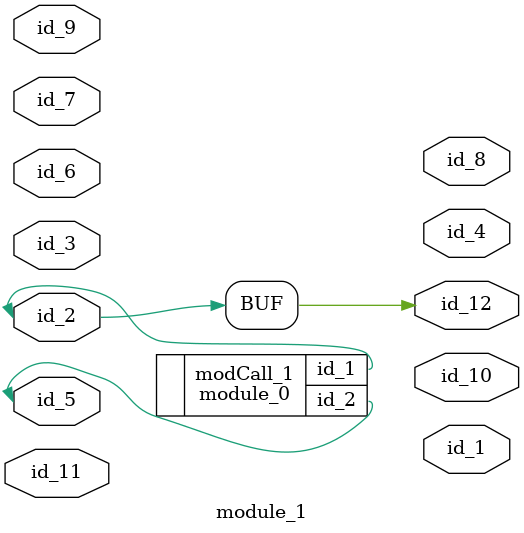
<source format=v>
module module_0 (
    id_1,
    id_2
);
  inout wire id_2;
  output wire id_1;
  wire id_3;
endmodule
module module_1 (
    id_1,
    id_2,
    id_3,
    id_4,
    id_5,
    id_6,
    id_7,
    id_8,
    id_9,
    id_10,
    id_11,
    id_12
);
  output wire id_12;
  inout wire id_11;
  output wire id_10;
  inout wire id_9;
  output wire id_8;
  input wire id_7;
  input wire id_6;
  inout wire id_5;
  output wire id_4;
  input wire id_3;
  input wire id_2;
  output wire id_1;
  wire id_13;
  module_0 modCall_1 (
      id_12,
      id_5
  );
  assign id_12 = id_2;
endmodule

</source>
